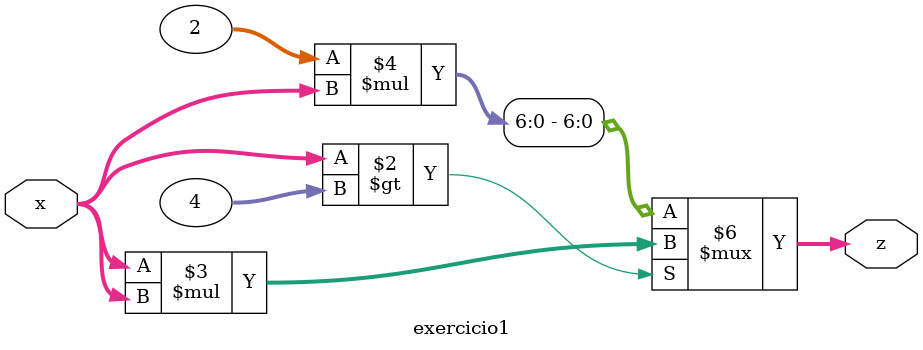
<source format=sv>
module exercicio1
(output logic [6:0]z,
input logic [3:0] x);

always @ * begin
if (x > 4)
z = x*x;
else z = 2*x;
end

endmodule
</source>
